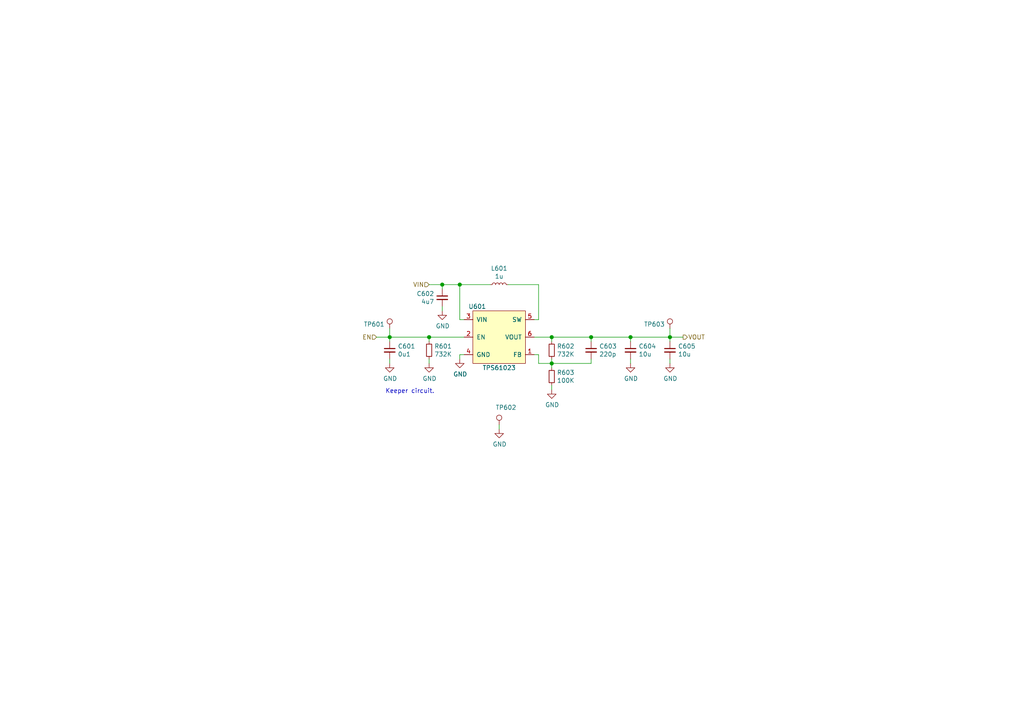
<source format=kicad_sch>
(kicad_sch (version 20210621) (generator eeschema)
  (paper "A4")
  (lib_symbols
    (symbol "DIYPie:TPS61023" (pin_names (offset 1.016))
      (property "Reference" "U" (at -6.35 8.89 0))
      (property "Value" "TPS61023" (at -2.54 -8.89 0))
      (symbol "TPS61023_0_0"
        (pin passive line (at 10.16 -5.08 180) (length 2.54) (name "FB") (number "1"))
        (pin input line (at -10.16 0 0) (length 2.54) (name "EN") (number "2"))
        (pin power_in line (at -10.16 5.08 0) (length 2.54) (name "VIN") (number "3"))
        (pin power_in line (at -10.16 -5.08 0) (length 2.54) (name "GND") (number "4"))
        (pin passive line (at 10.16 5.08 180) (length 2.54) (name "SW") (number "5"))
        (pin power_out line (at 10.16 0 180) (length 2.54) (name "VOUT") (number "6"))
      )
      (symbol "TPS61023_0_1"
        (rectangle (start -7.62 7.62) (end 7.62 -7.62) (fill (type background)))
      )
    )
    (symbol "DIYPie:TestPoint" (pin_numbers hide) (pin_names (offset 0.762) hide)
      (property "Reference" "TP" (at 0 5.588 0))
      (property "Value" "TestPoint" (at 0 3.81 0))
      (symbol "TestPoint_0_1"
        (circle (center 0 2.032) (radius 0.762))
      )
      (symbol "TestPoint_1_1"
        (pin passive line (at 0 0 90) (length 1.27) (name "1") (number "1"))
      )
    )
    (symbol "Device:C_Small" (pin_numbers hide) (pin_names (offset 0.254) hide)
      (property "Reference" "C" (at 0.254 1.778 0))
      (property "Value" "C_Small" (at 0.254 -2.032 0))
      (symbol "C_Small_0_1"
        (polyline (pts (xy -1.524 -0.508) (xy 1.524 -0.508)) (stroke (width 0.3302)))
        (polyline (pts (xy -1.524 0.508) (xy 1.524 0.508)) (stroke (width 0.3048)))
      )
      (symbol "C_Small_1_1"
        (pin passive line (at 0 2.54 270) (length 2.032) (name "~") (number "1"))
        (pin passive line (at 0 -2.54 90) (length 2.032) (name "~") (number "2"))
      )
    )
    (symbol "Device:L_Small" (pin_numbers hide) (pin_names (offset 0.254) hide)
      (property "Reference" "L" (at 0.762 1.016 0))
      (property "Value" "L_Small" (at 0.762 -1.016 0))
      (symbol "L_Small_0_1"
        (arc (start 0 -2.032) (end 0 -1.016) (radius (at 0 -1.524) (length 0.508) (angles -89.9 89.9)))
        (arc (start 0 -1.016) (end 0 0) (radius (at 0 -0.508) (length 0.508) (angles -89.9 89.9)))
        (arc (start 0 0) (end 0 1.016) (radius (at 0 0.508) (length 0.508) (angles -89.9 89.9)))
        (arc (start 0 1.016) (end 0 2.032) (radius (at 0 1.524) (length 0.508) (angles -89.9 89.9)))
      )
      (symbol "L_Small_1_1"
        (pin passive line (at 0 2.54 270) (length 0.508) (name "~") (number "1"))
        (pin passive line (at 0 -2.54 90) (length 0.508) (name "~") (number "2"))
      )
    )
    (symbol "Device:R_Small" (pin_numbers hide) (pin_names (offset 0.254) hide)
      (property "Reference" "R" (at 0.762 0.508 0))
      (property "Value" "R_Small" (at 0.762 -1.016 0))
      (symbol "R_Small_0_1"
        (rectangle (start -0.762 1.778) (end 0.762 -1.778) (stroke (width 0.2032)))
      )
      (symbol "R_Small_1_1"
        (pin passive line (at 0 2.54 270) (length 0.762) (name "~") (number "1"))
        (pin passive line (at 0 -2.54 90) (length 0.762) (name "~") (number "2"))
      )
    )
    (symbol "power:GND" (power) (pin_names (offset 0))
      (property "Value" "GND" (at 0 -3.81 0))
      (symbol "GND_0_1"
        (polyline (pts (xy 0 0) (xy 0 -1.27) (xy 1.27 -1.27) (xy 0 -2.54) (xy -1.27 -1.27) (xy 0 -1.27)))
      )
      (symbol "GND_1_1"
        (pin power_in line (at 0 0 270) (length 0) hide (name "GND") (number "1"))
      )
    )
  )
  (junction (at 113.03 97.79) (diameter 1.016))
  (junction (at 124.46 97.79) (diameter 1.016))
  (junction (at 128.27 82.55) (diameter 1.016))
  (junction (at 133.35 82.55) (diameter 1.016))
  (junction (at 160.02 97.79) (diameter 1.016))
  (junction (at 160.02 105.41) (diameter 1.016))
  (junction (at 171.45 97.79) (diameter 1.016))
  (junction (at 182.88 97.79) (diameter 1.016))
  (junction (at 194.31 97.79) (diameter 1.016))
  (wire (pts (xy 109.22 97.79) (xy 113.03 97.79)))
  (wire (pts (xy 113.03 95.25) (xy 113.03 97.79)))
  (wire (pts (xy 113.03 97.79) (xy 113.03 99.06)))
  (wire (pts (xy 113.03 97.79) (xy 124.46 97.79)))
  (wire (pts (xy 113.03 105.41) (xy 113.03 104.14)))
  (wire (pts (xy 124.46 82.55) (xy 128.27 82.55)))
  (wire (pts (xy 124.46 97.79) (xy 134.62 97.79)))
  (wire (pts (xy 124.46 99.06) (xy 124.46 97.79)))
  (wire (pts (xy 124.46 105.41) (xy 124.46 104.14)))
  (wire (pts (xy 128.27 82.55) (xy 128.27 83.82)))
  (wire (pts (xy 128.27 88.9) (xy 128.27 90.17)))
  (wire (pts (xy 133.35 82.55) (xy 128.27 82.55)))
  (wire (pts (xy 133.35 82.55) (xy 133.35 92.71)))
  (wire (pts (xy 133.35 92.71) (xy 134.62 92.71)))
  (wire (pts (xy 133.35 102.87) (xy 133.35 104.14)))
  (wire (pts (xy 134.62 102.87) (xy 133.35 102.87)))
  (wire (pts (xy 142.24 82.55) (xy 133.35 82.55)))
  (wire (pts (xy 144.78 123.19) (xy 144.78 124.46)))
  (wire (pts (xy 154.94 92.71) (xy 156.21 92.71)))
  (wire (pts (xy 154.94 97.79) (xy 160.02 97.79)))
  (wire (pts (xy 154.94 102.87) (xy 156.21 102.87)))
  (wire (pts (xy 156.21 82.55) (xy 147.32 82.55)))
  (wire (pts (xy 156.21 92.71) (xy 156.21 82.55)))
  (wire (pts (xy 156.21 102.87) (xy 156.21 105.41)))
  (wire (pts (xy 156.21 105.41) (xy 160.02 105.41)))
  (wire (pts (xy 160.02 97.79) (xy 160.02 99.06)))
  (wire (pts (xy 160.02 97.79) (xy 171.45 97.79)))
  (wire (pts (xy 160.02 104.14) (xy 160.02 105.41)))
  (wire (pts (xy 160.02 105.41) (xy 160.02 106.68)))
  (wire (pts (xy 160.02 105.41) (xy 171.45 105.41)))
  (wire (pts (xy 160.02 111.76) (xy 160.02 113.03)))
  (wire (pts (xy 171.45 97.79) (xy 182.88 97.79)))
  (wire (pts (xy 171.45 99.06) (xy 171.45 97.79)))
  (wire (pts (xy 171.45 105.41) (xy 171.45 104.14)))
  (wire (pts (xy 182.88 97.79) (xy 182.88 99.06)))
  (wire (pts (xy 182.88 97.79) (xy 194.31 97.79)))
  (wire (pts (xy 182.88 105.41) (xy 182.88 104.14)))
  (wire (pts (xy 194.31 95.25) (xy 194.31 97.79)))
  (wire (pts (xy 194.31 97.79) (xy 194.31 99.06)))
  (wire (pts (xy 194.31 97.79) (xy 198.12 97.79)))
  (wire (pts (xy 194.31 105.41) (xy 194.31 104.14)))
  (text "Keeper circuit." (at 111.76 114.3 0) (effects (font (size 1.27 1.27)) (justify left bottom)))
  (hierarchical_label "EN" (shape input) (at 109.22 97.79 180))
  (hierarchical_label "VIN" (shape input) (at 124.46 82.55 180))
  (hierarchical_label "VOUT" (shape output) (at 198.12 97.79 0))
  (symbol (lib_id "DIYPie:TestPoint") (at 113.03 95.25 0) (mirror y) (unit 1)
    (property "Reference" "TP601" (at 111.5568 94.0562 0) (effects (justify left)))
    (property "Value" "TestPoint" (effects hide))
    (property "Footprint" "DIYPie:TestPoint_Pad_D1.5mm" (effects hide))
    (property "Description" "Generic testpoint" (effects hide))
  )
  (symbol (lib_id "DIYPie:TestPoint") (at 144.78 123.19 0) (unit 1)
    (property "Reference" "TP602" (at 143.7132 118.1862 0) (effects (justify left)))
    (property "Value" "TestPoint" (effects hide))
    (property "Footprint" "DIYPie:TestPoint_Pad_D1.5mm" (effects hide))
    (property "Description" "Generic testpoint" (effects hide))
  )
  (symbol (lib_id "DIYPie:TestPoint") (at 194.31 95.25 0) (mirror y) (unit 1)
    (property "Reference" "TP603" (at 192.8368 94.0562 0) (effects (justify left)))
    (property "Value" "TestPoint" (effects hide))
    (property "Footprint" "DIYPie:TestPoint_Pad_D1.5mm" (effects hide))
    (property "Description" "Generic testpoint" (effects hide))
  )
  (symbol (lib_id "Device:L_Small") (at 144.78 82.55 90) (unit 1)
    (property "Reference" "L601" (at 144.78 77.851 90))
    (property "Value" "1u" (at 144.78 80.1624 90))
    (property "Footprint" "DIYPie:L_TYA4020" (effects hide))
    (property "Description" "Fixed Inductors 1uH 8.7A 20% Wire Wound" (effects hide))
    (property "Manufacturer" "Laird Performance Materials" (effects hide))
    (property "Manufacturer_PN" "TYA40201R0M-10" (effects hide))
    (property "Mouser_PN" "739-TYA40201R0M-10" (effects hide))
    (property "Mouser_PL" "https://ro.mouser.com/ProductDetail/Laird-Performance-Materials/TYA40201R0M-10?qs=sGAEpiMZZMv126LJFLh8yyOx6Bzv8ule4QdINMXvf7w%3D" (effects hide))
    (property "Tolerance" "20%" (effects hide))
    (property "Current" "4.2" (effects hide))
  )
  (symbol (lib_id "power:GND") (at 113.03 105.41 0) (unit 1)
    (property "Reference" "#PWR0601" (effects hide))
    (property "Value" "GND" (at 113.157 109.8042 0))
  )
  (symbol (lib_id "power:GND") (at 124.46 105.41 0) (unit 1)
    (property "Reference" "#PWR0602" (effects hide))
    (property "Value" "GND" (at 124.587 109.8042 0))
  )
  (symbol (lib_id "power:GND") (at 128.27 90.17 0) (unit 1)
    (property "Reference" "#PWR0603" (effects hide))
    (property "Value" "GND" (at 128.397 94.5642 0))
  )
  (symbol (lib_id "power:GND") (at 133.35 104.14 0) (unit 1)
    (property "Reference" "#PWR0604" (effects hide))
    (property "Value" "GND" (at 133.477 108.5342 0))
  )
  (symbol (lib_id "power:GND") (at 144.78 124.46 0) (unit 1)
    (property "Reference" "#PWR0605" (effects hide))
    (property "Value" "GND" (at 144.907 128.8542 0))
  )
  (symbol (lib_id "power:GND") (at 160.02 113.03 0) (unit 1)
    (property "Reference" "#PWR0606" (effects hide))
    (property "Value" "GND" (at 160.147 117.4242 0))
  )
  (symbol (lib_id "power:GND") (at 182.88 105.41 0) (unit 1)
    (property "Reference" "#PWR0607" (effects hide))
    (property "Value" "GND" (at 183.007 109.8042 0))
  )
  (symbol (lib_id "power:GND") (at 194.31 105.41 0) (unit 1)
    (property "Reference" "#PWR0608" (effects hide))
    (property "Value" "GND" (at 194.437 109.8042 0))
  )
  (symbol (lib_id "Device:R_Small") (at 124.46 101.6 0) (unit 1)
    (property "Reference" "R601" (at 125.9586 100.4316 0) (effects (justify left)))
    (property "Value" "732K" (at 125.9586 102.743 0) (effects (justify left)))
    (property "Footprint" "DIYPie:R_0402_1005Metric" (effects hide))
    (property "Manufacturer" "any" (effects hide))
    (property "Mouser_PN" "603-RC0402FR-07732KL" (effects hide))
    (property "Mouser_PL" "https://eu.mouser.com/ProductDetail/Yageo/RC0402FR-07732KL?qs=Is6ZsIPfHkax3rrRLISTXA%3D%3D" (effects hide))
    (property "Tolerance" "1%" (effects hide))
  )
  (symbol (lib_id "Device:R_Small") (at 160.02 101.6 0) (unit 1)
    (property "Reference" "R602" (at 161.5186 100.4316 0) (effects (justify left)))
    (property "Value" "732K" (at 161.5186 102.743 0) (effects (justify left)))
    (property "Footprint" "DIYPie:R_0402_1005Metric" (effects hide))
    (property "Manufacturer" "any" (effects hide))
    (property "Mouser_PN" "603-RC0402FR-07732KL" (effects hide))
    (property "Mouser_PL" "https://eu.mouser.com/ProductDetail/Yageo/RC0402FR-07732KL?qs=Is6ZsIPfHkax3rrRLISTXA%3D%3D" (effects hide))
    (property "Tolerance" "1%" (effects hide))
  )
  (symbol (lib_id "Device:R_Small") (at 160.02 109.22 0) (unit 1)
    (property "Reference" "R603" (at 161.5186 108.0516 0) (effects (justify left)))
    (property "Value" "100K" (at 161.5186 110.363 0) (effects (justify left)))
    (property "Footprint" "DIYPie:R_0402_1005Metric" (effects hide))
    (property "Manufacturer" "any" (effects hide))
    (property "Mouser_PN" "603-RC0402FR-7D100KL" (effects hide))
    (property "Mouser_PL" "https://eu.mouser.com/ProductDetail/Yageo/RC0402FR-7D100KL?qs=sGAEpiMZZMtlubZbdhIBIAA5Rg%252BBqQHDCTrR%252BgKPZsk%3D" (effects hide))
    (property "Tolerance" "1%" (effects hide))
  )
  (symbol (lib_id "Device:C_Small") (at 113.03 101.6 0) (unit 1)
    (property "Reference" "C601" (at 115.3668 100.4316 0) (effects (justify left)))
    (property "Value" "0u1" (at 115.3668 102.743 0) (effects (justify left)))
    (property "Footprint" "DIYPie:C_0402_1005Metric" (effects hide))
    (property "Manufacturer" "any" (effects hide))
    (property "Mouser_PN" "963-EMK105BJ104KV-F" (effects hide))
    (property "Mouser_PL" "https://eu.mouser.com/ProductDetail/Taiyo-Yuden/EMK105BJ104KV-F?qs=sGAEpiMZZMvsSlwiRhF8qgJCQaFFkNE%2FB5WnhbLyoK8%3D" (effects hide))
    (property "Tolerance" "20%" (effects hide))
    (property "Voltage" "16V" (effects hide))
    (property "Dielectric" "X5R" (effects hide))
  )
  (symbol (lib_id "Device:C_Small") (at 128.27 86.36 0) (mirror y) (unit 1)
    (property "Reference" "C602" (at 125.9332 85.1916 0) (effects (justify left)))
    (property "Value" "4u7" (at 125.9332 87.503 0) (effects (justify left)))
    (property "Footprint" "DIYPie:C_0603_1608Metric" (effects hide))
    (property "Manufacturer" "any" (effects hide))
    (property "Mouser_PN" "187-CL10A475KP8NNNC" (effects hide))
    (property "Mouser_PL" "https://eu.mouser.com/ProductDetail/Samsung-Electro-Mechanics/CL10A475KP8NNNC?qs=sGAEpiMZZMt7gvpyg0xT8uePhgAryV60oEO7JM%2FL%2Fpg%3D" (effects hide))
    (property "Tolerance" "20%" (effects hide))
    (property "Voltage" "6.3V" (effects hide))
    (property "Dielectric" "X5R" (effects hide))
  )
  (symbol (lib_id "Device:C_Small") (at 171.45 101.6 0) (unit 1)
    (property "Reference" "C603" (at 173.7868 100.4316 0) (effects (justify left)))
    (property "Value" "220p" (at 173.7868 102.743 0) (effects (justify left)))
    (property "Footprint" "DIYPie:C_0402_1005Metric" (effects hide))
    (property "Manufacturer" "any" (effects hide))
    (property "Mouser_PN" "963-UMK105CG221JVHF" (effects hide))
    (property "Mouser_PL" "https://ro.mouser.com/ProductDetail/Taiyo-Yuden/UMK105CG221JVHF?qs=qPaGMJUC%252BStM1VQCqYlI0Q%3D%3D" (effects hide))
    (property "Tolerance" "20%" (effects hide))
    (property "Voltage" "50" (effects hide))
    (property "Dielectric" "C0G" (effects hide))
  )
  (symbol (lib_id "Device:C_Small") (at 182.88 101.6 0) (unit 1)
    (property "Reference" "C604" (at 185.2168 100.4316 0) (effects (justify left)))
    (property "Value" "10u" (at 185.2168 102.743 0) (effects (justify left)))
    (property "Footprint" "DIYPie:C_0603_1608Metric" (effects hide))
    (property "Manufacturer" "any" (effects hide))
    (property "Mouser_PN" "187-CL10A106MQ8NNNC" (effects hide))
    (property "Mouser_PL" "https://eu.mouser.com/ProductDetail/Samsung-Electro-Mechanics/CL10A106MQ8NNNC?qs=sGAEpiMZZMvsSlwiRhF8qlxW52pIu5FNbeqT8s0amCo%3D" (effects hide))
    (property "Tolerance" "20%" (effects hide))
    (property "Voltage" "6.3V" (effects hide))
    (property "Dielectric" "X5R" (effects hide))
  )
  (symbol (lib_id "Device:C_Small") (at 194.31 101.6 0) (unit 1)
    (property "Reference" "C605" (at 196.6468 100.4316 0) (effects (justify left)))
    (property "Value" "10u" (at 196.6468 102.743 0) (effects (justify left)))
    (property "Footprint" "DIYPie:C_0603_1608Metric" (effects hide))
    (property "Manufacturer" "any" (effects hide))
    (property "Mouser_PN" "187-CL10A106MQ8NNNC" (effects hide))
    (property "Mouser_PL" "https://eu.mouser.com/ProductDetail/Samsung-Electro-Mechanics/CL10A106MQ8NNNC?qs=sGAEpiMZZMvsSlwiRhF8qlxW52pIu5FNbeqT8s0amCo%3D" (effects hide))
    (property "Tolerance" "20%" (effects hide))
    (property "Voltage" "6.3V" (effects hide))
    (property "Dielectric" "X5R" (effects hide))
  )
  (symbol (lib_id "DIYPie:TPS61023") (at 144.78 97.79 0) (unit 1)
    (property "Reference" "U601" (at 138.43 88.9 0))
    (property "Value" "TPS61023" (at 144.78 106.68 0))
    (property "Footprint" "DIYPie:SOT-563" (effects hide))
    (property "Datasheet" "https://www.ti.com/lit/ds/symlink/tps61023.pdf?ts=1615729096771&ref_url=https%253A%252F%252Fwww.ti.com%252Fpower-management%252Fnon-isolated-dc-dc-switching-regulators%252Fstep-up-boost%252Fboost-converters-integrated-switch%252Fproducts.html" (effects hide))
  )
)
</source>
